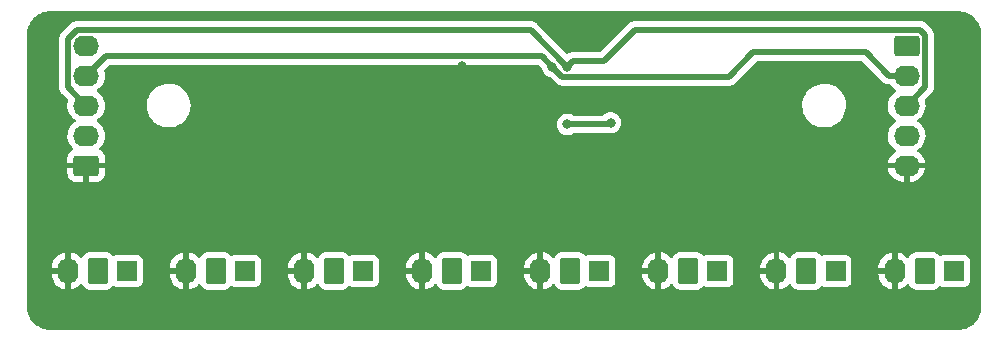
<source format=gbl>
G04 #@! TF.GenerationSoftware,KiCad,Pcbnew,7.0.1*
G04 #@! TF.CreationDate,2023-08-26T14:23:56-05:00*
G04 #@! TF.ProjectId,Shift In Breakout Board V2,53686966-7420-4496-9e20-427265616b6f,rev?*
G04 #@! TF.SameCoordinates,Original*
G04 #@! TF.FileFunction,Copper,L2,Bot*
G04 #@! TF.FilePolarity,Positive*
%FSLAX46Y46*%
G04 Gerber Fmt 4.6, Leading zero omitted, Abs format (unit mm)*
G04 Created by KiCad (PCBNEW 7.0.1) date 2023-08-26 14:23:56*
%MOMM*%
%LPD*%
G01*
G04 APERTURE LIST*
G04 Aperture macros list*
%AMRoundRect*
0 Rectangle with rounded corners*
0 $1 Rounding radius*
0 $2 $3 $4 $5 $6 $7 $8 $9 X,Y pos of 4 corners*
0 Add a 4 corners polygon primitive as box body*
4,1,4,$2,$3,$4,$5,$6,$7,$8,$9,$2,$3,0*
0 Add four circle primitives for the rounded corners*
1,1,$1+$1,$2,$3*
1,1,$1+$1,$4,$5*
1,1,$1+$1,$6,$7*
1,1,$1+$1,$8,$9*
0 Add four rect primitives between the rounded corners*
20,1,$1+$1,$2,$3,$4,$5,0*
20,1,$1+$1,$4,$5,$6,$7,0*
20,1,$1+$1,$6,$7,$8,$9,0*
20,1,$1+$1,$8,$9,$2,$3,0*%
G04 Aperture macros list end*
G04 #@! TA.AperFunction,ComponentPad*
%ADD10RoundRect,0.250000X0.620000X0.845000X-0.620000X0.845000X-0.620000X-0.845000X0.620000X-0.845000X0*%
G04 #@! TD*
G04 #@! TA.AperFunction,ComponentPad*
%ADD11O,1.740000X2.190000*%
G04 #@! TD*
G04 #@! TA.AperFunction,ComponentPad*
%ADD12RoundRect,0.250000X-0.845000X0.620000X-0.845000X-0.620000X0.845000X-0.620000X0.845000X0.620000X0*%
G04 #@! TD*
G04 #@! TA.AperFunction,ComponentPad*
%ADD13O,2.190000X1.740000*%
G04 #@! TD*
G04 #@! TA.AperFunction,ComponentPad*
%ADD14R,1.700000X1.700000*%
G04 #@! TD*
G04 #@! TA.AperFunction,ComponentPad*
%ADD15RoundRect,0.250000X0.845000X-0.620000X0.845000X0.620000X-0.845000X0.620000X-0.845000X-0.620000X0*%
G04 #@! TD*
G04 #@! TA.AperFunction,ViaPad*
%ADD16C,0.800000*%
G04 #@! TD*
G04 #@! TA.AperFunction,Conductor*
%ADD17C,0.500000*%
G04 #@! TD*
G04 APERTURE END LIST*
D10*
X155689949Y-102310051D03*
D11*
X153149949Y-102310051D03*
D12*
X184169949Y-83230051D03*
D13*
X184169949Y-85770051D03*
X184169949Y-88310051D03*
X184169949Y-90850051D03*
X184169949Y-93390051D03*
D10*
X135689949Y-102310051D03*
D11*
X133149949Y-102310051D03*
D10*
X125689949Y-102310051D03*
D11*
X123149949Y-102310051D03*
D14*
X138149949Y-102310051D03*
X128149949Y-102310051D03*
D10*
X165689949Y-102310051D03*
D11*
X163149949Y-102310051D03*
D15*
X114709949Y-93390051D03*
D13*
X114709949Y-90850051D03*
X114709949Y-88310051D03*
X114709949Y-85770051D03*
X114709949Y-83230051D03*
D14*
X118149949Y-102310051D03*
D10*
X175689949Y-102310051D03*
D11*
X173149949Y-102310051D03*
D14*
X178149949Y-102310051D03*
X148149949Y-102310051D03*
X188149949Y-102310051D03*
X168149949Y-102310051D03*
D10*
X115689949Y-102310051D03*
D11*
X113149949Y-102310051D03*
D10*
X185689949Y-102310051D03*
D11*
X183149949Y-102310051D03*
D10*
X145689949Y-102310051D03*
D11*
X143149949Y-102310051D03*
D14*
X158149949Y-102310051D03*
D16*
X159100000Y-89775000D03*
X155448000Y-89916000D03*
X146558000Y-84963000D03*
X154175000Y-85025000D03*
X155445000Y-85025000D03*
D17*
X158959000Y-89916000D02*
X159100000Y-89775000D01*
X155448000Y-89916000D02*
X158959000Y-89916000D01*
X116367000Y-84113000D02*
X153263000Y-84113000D01*
X153263000Y-84113000D02*
X154175000Y-85025000D01*
X114709949Y-85770051D02*
X116367000Y-84113000D01*
X113938187Y-81910051D02*
X152330051Y-81910051D01*
X152330051Y-81910051D02*
X155445000Y-85025000D01*
X155025000Y-85875000D02*
X154175000Y-85025000D01*
X180689949Y-83810051D02*
X171189949Y-83810051D01*
X182649949Y-85770051D02*
X180689949Y-83810051D01*
X169125000Y-85875000D02*
X155025000Y-85875000D01*
X184169949Y-85770051D02*
X182649949Y-85770051D01*
X171189949Y-83810051D02*
X169125000Y-85875000D01*
X155959949Y-84510051D02*
X155445000Y-85025000D01*
X158564949Y-84510051D02*
X155959949Y-84510051D01*
X185714949Y-82320102D02*
X185304898Y-81910051D01*
X161164949Y-81910051D02*
X158564949Y-84510051D01*
X185714949Y-86765051D02*
X185714949Y-82320102D01*
X113164949Y-86765051D02*
X113164949Y-82683289D01*
X185304898Y-81910051D02*
X161164949Y-81910051D01*
X114709949Y-88310051D02*
X113164949Y-86765051D01*
X113164949Y-82683289D02*
X113938187Y-81910051D01*
X184169949Y-88310051D02*
X185714949Y-86765051D01*
G04 #@! TA.AperFunction,Conductor*
G36*
X188504043Y-80310816D02*
G01*
X188585933Y-80316183D01*
X188586534Y-80316224D01*
X188761203Y-80328686D01*
X188776539Y-80330751D01*
X188891141Y-80353547D01*
X188893249Y-80353986D01*
X189029798Y-80383691D01*
X189043277Y-80387432D01*
X189159351Y-80426834D01*
X189162711Y-80428031D01*
X189270064Y-80468072D01*
X189288337Y-80474888D01*
X189299846Y-80479857D01*
X189411714Y-80535025D01*
X189416297Y-80537405D01*
X189531996Y-80600582D01*
X189541441Y-80606300D01*
X189646069Y-80676211D01*
X189651436Y-80680009D01*
X189756235Y-80758462D01*
X189763622Y-80764451D01*
X189858556Y-80847708D01*
X189864466Y-80853245D01*
X189956790Y-80945571D01*
X189962337Y-80951494D01*
X190045547Y-81046380D01*
X190051586Y-81053828D01*
X190130007Y-81158589D01*
X190133842Y-81164009D01*
X190203712Y-81268581D01*
X190209442Y-81278045D01*
X190272618Y-81393748D01*
X190274998Y-81398331D01*
X190330157Y-81510187D01*
X190335127Y-81521698D01*
X190381968Y-81647291D01*
X190383205Y-81650766D01*
X190422578Y-81766764D01*
X190426325Y-81780264D01*
X190456014Y-81916756D01*
X190456465Y-81918923D01*
X190479260Y-82033532D01*
X190481326Y-82048879D01*
X190493378Y-82217457D01*
X190493429Y-82218190D01*
X190499235Y-82306783D01*
X190499500Y-82314892D01*
X190499500Y-105305989D01*
X190499235Y-105314097D01*
X190494197Y-105390977D01*
X190494145Y-105391733D01*
X190481225Y-105572001D01*
X190479160Y-105587325D01*
X190457604Y-105695709D01*
X190457153Y-105697877D01*
X190426088Y-105840693D01*
X190422341Y-105854193D01*
X190384325Y-105966192D01*
X190383087Y-105969668D01*
X190334739Y-106099299D01*
X190329771Y-106110808D01*
X190276098Y-106219653D01*
X190273717Y-106224237D01*
X190208866Y-106343007D01*
X190203136Y-106352471D01*
X190134909Y-106454583D01*
X190131074Y-106460003D01*
X190050783Y-106567262D01*
X190044745Y-106574710D01*
X189963371Y-106667504D01*
X189957832Y-106673417D01*
X189910595Y-106720655D01*
X189863356Y-106767896D01*
X189857434Y-106773443D01*
X189764662Y-106854803D01*
X189757213Y-106860842D01*
X189649921Y-106941161D01*
X189644503Y-106944995D01*
X189542425Y-107013204D01*
X189532959Y-107018935D01*
X189414171Y-107083799D01*
X189409588Y-107086179D01*
X189300754Y-107139850D01*
X189289245Y-107144819D01*
X189159599Y-107193176D01*
X189156123Y-107194414D01*
X189044140Y-107232428D01*
X189030639Y-107236175D01*
X188887822Y-107267243D01*
X188885656Y-107267694D01*
X188777301Y-107289248D01*
X188761955Y-107291315D01*
X188576018Y-107304613D01*
X188575282Y-107304664D01*
X188504780Y-107309285D01*
X188496670Y-107309550D01*
X111694011Y-107309550D01*
X111685905Y-107309285D01*
X111677347Y-107308724D01*
X111606597Y-107304088D01*
X111605862Y-107304037D01*
X111428376Y-107291347D01*
X111413030Y-107289281D01*
X111301625Y-107267123D01*
X111299459Y-107266672D01*
X111159725Y-107236278D01*
X111146222Y-107232531D01*
X111032234Y-107193838D01*
X111028761Y-107192601D01*
X110969306Y-107170427D01*
X110901136Y-107145002D01*
X110889646Y-107140041D01*
X110779288Y-107085620D01*
X110774735Y-107083256D01*
X110657443Y-107019211D01*
X110647996Y-107013491D01*
X110544662Y-106944446D01*
X110539280Y-106940637D01*
X110433218Y-106861241D01*
X110425771Y-106855203D01*
X110331962Y-106772936D01*
X110326039Y-106767388D01*
X110232610Y-106673959D01*
X110227062Y-106668036D01*
X110144795Y-106574227D01*
X110138757Y-106566780D01*
X110059351Y-106460705D01*
X110055563Y-106455352D01*
X109986498Y-106351988D01*
X109980796Y-106342569D01*
X109916724Y-106225228D01*
X109914397Y-106220748D01*
X109859949Y-106110334D01*
X109855005Y-106098882D01*
X109807382Y-105971196D01*
X109806160Y-105967764D01*
X109767460Y-105853753D01*
X109763724Y-105840289D01*
X109733315Y-105700487D01*
X109732891Y-105698451D01*
X109710714Y-105586952D01*
X109708653Y-105571641D01*
X109695934Y-105393757D01*
X109690715Y-105314095D01*
X109690450Y-105305990D01*
X109690450Y-105258193D01*
X109690449Y-105258188D01*
X109690449Y-102560051D01*
X111779949Y-102560051D01*
X111779949Y-102593249D01*
X111794772Y-102767415D01*
X111853538Y-102993105D01*
X111949595Y-103205608D01*
X112080185Y-103398823D01*
X112241552Y-103567190D01*
X112429050Y-103705863D01*
X112637288Y-103810854D01*
X112860275Y-103879143D01*
X112899949Y-103884223D01*
X112899949Y-103882626D01*
X113399949Y-103882626D01*
X113552570Y-103849733D01*
X113768954Y-103762783D01*
X113967543Y-103640507D01*
X114142603Y-103486435D01*
X114174673Y-103446718D01*
X114227939Y-103408390D01*
X114293306Y-103402613D01*
X114352469Y-103431005D01*
X114374428Y-103463961D01*
X114377527Y-103462050D01*
X114385134Y-103474384D01*
X114385135Y-103474385D01*
X114405767Y-103507836D01*
X114477237Y-103623708D01*
X114601291Y-103747762D01*
X114625644Y-103762783D01*
X114750615Y-103839865D01*
X114861965Y-103876763D01*
X114917151Y-103895050D01*
X114927651Y-103896122D01*
X115019940Y-103905551D01*
X116359957Y-103905550D01*
X116462746Y-103895050D01*
X116629283Y-103839865D01*
X116778605Y-103747763D01*
X116902661Y-103623707D01*
X116902664Y-103623701D01*
X116904380Y-103621986D01*
X116954306Y-103591555D01*
X117012627Y-103587384D01*
X117040308Y-103599238D01*
X117040914Y-103597616D01*
X117057615Y-103603845D01*
X117057618Y-103603847D01*
X117192466Y-103654142D01*
X117252076Y-103660551D01*
X119047821Y-103660550D01*
X119107432Y-103654142D01*
X119242280Y-103603847D01*
X119357495Y-103517597D01*
X119443745Y-103402382D01*
X119494040Y-103267534D01*
X119500449Y-103207924D01*
X119500448Y-102560051D01*
X121779949Y-102560051D01*
X121779949Y-102593249D01*
X121794772Y-102767415D01*
X121853538Y-102993105D01*
X121949595Y-103205608D01*
X122080185Y-103398823D01*
X122241552Y-103567190D01*
X122429050Y-103705863D01*
X122637288Y-103810854D01*
X122860275Y-103879143D01*
X122899949Y-103884223D01*
X122899949Y-103882626D01*
X123399949Y-103882626D01*
X123552570Y-103849733D01*
X123768954Y-103762783D01*
X123967543Y-103640507D01*
X124142603Y-103486435D01*
X124174673Y-103446718D01*
X124227939Y-103408390D01*
X124293306Y-103402613D01*
X124352469Y-103431005D01*
X124374428Y-103463961D01*
X124377527Y-103462050D01*
X124385134Y-103474384D01*
X124385135Y-103474385D01*
X124405767Y-103507836D01*
X124477237Y-103623708D01*
X124601291Y-103747762D01*
X124625644Y-103762783D01*
X124750615Y-103839865D01*
X124861965Y-103876763D01*
X124917151Y-103895050D01*
X124927651Y-103896122D01*
X125019940Y-103905551D01*
X126359957Y-103905550D01*
X126462746Y-103895050D01*
X126629283Y-103839865D01*
X126778605Y-103747763D01*
X126902661Y-103623707D01*
X126902664Y-103623701D01*
X126904380Y-103621986D01*
X126954306Y-103591555D01*
X127012627Y-103587384D01*
X127040308Y-103599238D01*
X127040914Y-103597616D01*
X127057615Y-103603845D01*
X127057618Y-103603847D01*
X127192466Y-103654142D01*
X127252076Y-103660551D01*
X129047821Y-103660550D01*
X129107432Y-103654142D01*
X129242280Y-103603847D01*
X129357495Y-103517597D01*
X129443745Y-103402382D01*
X129494040Y-103267534D01*
X129500449Y-103207924D01*
X129500448Y-102560051D01*
X131779949Y-102560051D01*
X131779949Y-102593249D01*
X131794772Y-102767415D01*
X131853538Y-102993105D01*
X131949595Y-103205608D01*
X132080185Y-103398823D01*
X132241552Y-103567190D01*
X132429050Y-103705863D01*
X132637288Y-103810854D01*
X132860275Y-103879143D01*
X132899949Y-103884224D01*
X132899949Y-103882626D01*
X133399949Y-103882626D01*
X133552570Y-103849733D01*
X133768954Y-103762783D01*
X133967543Y-103640507D01*
X134142603Y-103486435D01*
X134174673Y-103446718D01*
X134227939Y-103408390D01*
X134293306Y-103402613D01*
X134352469Y-103431005D01*
X134374428Y-103463961D01*
X134377527Y-103462050D01*
X134385134Y-103474384D01*
X134385135Y-103474385D01*
X134405767Y-103507836D01*
X134477237Y-103623708D01*
X134601291Y-103747762D01*
X134625644Y-103762783D01*
X134750615Y-103839865D01*
X134861965Y-103876763D01*
X134917151Y-103895050D01*
X134927651Y-103896122D01*
X135019940Y-103905551D01*
X136359957Y-103905550D01*
X136462746Y-103895050D01*
X136629283Y-103839865D01*
X136778605Y-103747763D01*
X136902661Y-103623707D01*
X136902664Y-103623701D01*
X136904380Y-103621986D01*
X136954306Y-103591555D01*
X137012627Y-103587384D01*
X137040308Y-103599238D01*
X137040914Y-103597616D01*
X137057615Y-103603845D01*
X137057618Y-103603847D01*
X137192466Y-103654142D01*
X137252076Y-103660551D01*
X139047821Y-103660550D01*
X139107432Y-103654142D01*
X139242280Y-103603847D01*
X139357495Y-103517597D01*
X139443745Y-103402382D01*
X139494040Y-103267534D01*
X139500449Y-103207924D01*
X139500448Y-102560051D01*
X141779949Y-102560051D01*
X141779949Y-102593249D01*
X141794772Y-102767415D01*
X141853538Y-102993105D01*
X141949595Y-103205608D01*
X142080185Y-103398823D01*
X142241552Y-103567190D01*
X142429050Y-103705863D01*
X142637288Y-103810854D01*
X142860275Y-103879143D01*
X142899949Y-103884223D01*
X142899949Y-103882626D01*
X143399949Y-103882626D01*
X143552570Y-103849733D01*
X143768954Y-103762783D01*
X143967543Y-103640507D01*
X144142603Y-103486435D01*
X144174673Y-103446718D01*
X144227939Y-103408390D01*
X144293306Y-103402613D01*
X144352469Y-103431005D01*
X144374428Y-103463961D01*
X144377527Y-103462050D01*
X144385134Y-103474384D01*
X144385135Y-103474385D01*
X144405767Y-103507836D01*
X144477237Y-103623708D01*
X144601291Y-103747762D01*
X144625644Y-103762783D01*
X144750615Y-103839865D01*
X144861965Y-103876763D01*
X144917151Y-103895050D01*
X144927651Y-103896122D01*
X145019940Y-103905551D01*
X146359957Y-103905550D01*
X146462746Y-103895050D01*
X146629283Y-103839865D01*
X146778605Y-103747763D01*
X146902661Y-103623707D01*
X146902664Y-103623701D01*
X146904380Y-103621986D01*
X146954306Y-103591555D01*
X147012627Y-103587384D01*
X147040308Y-103599238D01*
X147040914Y-103597616D01*
X147057615Y-103603845D01*
X147057618Y-103603847D01*
X147192466Y-103654142D01*
X147252076Y-103660551D01*
X149047821Y-103660550D01*
X149107432Y-103654142D01*
X149242280Y-103603847D01*
X149357495Y-103517597D01*
X149443745Y-103402382D01*
X149494040Y-103267534D01*
X149500449Y-103207924D01*
X149500448Y-102560051D01*
X151779949Y-102560051D01*
X151779949Y-102593249D01*
X151794772Y-102767415D01*
X151853538Y-102993105D01*
X151949595Y-103205608D01*
X152080185Y-103398823D01*
X152241552Y-103567190D01*
X152429050Y-103705863D01*
X152637288Y-103810854D01*
X152860275Y-103879143D01*
X152899949Y-103884223D01*
X152899949Y-103882626D01*
X153399949Y-103882626D01*
X153552570Y-103849733D01*
X153768954Y-103762783D01*
X153967543Y-103640507D01*
X154142603Y-103486435D01*
X154174673Y-103446718D01*
X154227939Y-103408390D01*
X154293306Y-103402613D01*
X154352469Y-103431005D01*
X154374428Y-103463961D01*
X154377527Y-103462050D01*
X154385134Y-103474384D01*
X154385135Y-103474385D01*
X154405767Y-103507836D01*
X154477237Y-103623708D01*
X154601291Y-103747762D01*
X154625644Y-103762783D01*
X154750615Y-103839865D01*
X154861965Y-103876763D01*
X154917151Y-103895050D01*
X154927651Y-103896122D01*
X155019940Y-103905551D01*
X156359957Y-103905550D01*
X156462746Y-103895050D01*
X156629283Y-103839865D01*
X156778605Y-103747763D01*
X156902661Y-103623707D01*
X156902664Y-103623701D01*
X156904380Y-103621986D01*
X156954306Y-103591555D01*
X157012627Y-103587384D01*
X157040308Y-103599238D01*
X157040914Y-103597616D01*
X157057615Y-103603845D01*
X157057618Y-103603847D01*
X157192466Y-103654142D01*
X157252076Y-103660551D01*
X159047821Y-103660550D01*
X159107432Y-103654142D01*
X159242280Y-103603847D01*
X159357495Y-103517597D01*
X159443745Y-103402382D01*
X159494040Y-103267534D01*
X159500449Y-103207924D01*
X159500448Y-102560051D01*
X161779949Y-102560051D01*
X161779949Y-102593249D01*
X161794772Y-102767415D01*
X161853538Y-102993105D01*
X161949595Y-103205608D01*
X162080185Y-103398823D01*
X162241552Y-103567190D01*
X162429050Y-103705863D01*
X162637288Y-103810854D01*
X162860275Y-103879143D01*
X162899949Y-103884223D01*
X162899949Y-103882626D01*
X163399949Y-103882626D01*
X163552570Y-103849733D01*
X163768954Y-103762783D01*
X163967543Y-103640507D01*
X164142603Y-103486435D01*
X164174673Y-103446718D01*
X164227939Y-103408390D01*
X164293306Y-103402613D01*
X164352469Y-103431005D01*
X164374428Y-103463961D01*
X164377527Y-103462050D01*
X164385134Y-103474384D01*
X164385135Y-103474385D01*
X164405767Y-103507836D01*
X164477237Y-103623708D01*
X164601291Y-103747762D01*
X164625644Y-103762783D01*
X164750615Y-103839865D01*
X164861965Y-103876763D01*
X164917151Y-103895050D01*
X164927651Y-103896122D01*
X165019940Y-103905551D01*
X166359957Y-103905550D01*
X166462746Y-103895050D01*
X166629283Y-103839865D01*
X166778605Y-103747763D01*
X166902661Y-103623707D01*
X166902664Y-103623701D01*
X166904380Y-103621986D01*
X166954306Y-103591555D01*
X167012627Y-103587384D01*
X167040308Y-103599238D01*
X167040914Y-103597616D01*
X167057615Y-103603845D01*
X167057618Y-103603847D01*
X167192466Y-103654142D01*
X167252076Y-103660551D01*
X169047821Y-103660550D01*
X169107432Y-103654142D01*
X169242280Y-103603847D01*
X169357495Y-103517597D01*
X169443745Y-103402382D01*
X169494040Y-103267534D01*
X169500449Y-103207924D01*
X169500448Y-102560051D01*
X171779949Y-102560051D01*
X171779949Y-102593249D01*
X171794772Y-102767415D01*
X171853538Y-102993105D01*
X171949595Y-103205608D01*
X172080185Y-103398823D01*
X172241552Y-103567190D01*
X172429050Y-103705863D01*
X172637288Y-103810854D01*
X172860275Y-103879143D01*
X172899949Y-103884224D01*
X172899949Y-103882626D01*
X173399949Y-103882626D01*
X173552570Y-103849733D01*
X173768954Y-103762783D01*
X173967543Y-103640507D01*
X174142603Y-103486435D01*
X174174673Y-103446718D01*
X174227939Y-103408390D01*
X174293306Y-103402613D01*
X174352469Y-103431005D01*
X174374428Y-103463961D01*
X174377527Y-103462050D01*
X174385134Y-103474384D01*
X174385135Y-103474385D01*
X174405767Y-103507836D01*
X174477237Y-103623708D01*
X174601291Y-103747762D01*
X174625644Y-103762783D01*
X174750615Y-103839865D01*
X174861965Y-103876763D01*
X174917151Y-103895050D01*
X174927651Y-103896122D01*
X175019940Y-103905551D01*
X176359957Y-103905550D01*
X176462746Y-103895050D01*
X176629283Y-103839865D01*
X176778605Y-103747763D01*
X176902661Y-103623707D01*
X176902664Y-103623701D01*
X176904380Y-103621986D01*
X176954306Y-103591555D01*
X177012627Y-103587384D01*
X177040308Y-103599238D01*
X177040914Y-103597616D01*
X177057615Y-103603845D01*
X177057618Y-103603847D01*
X177192466Y-103654142D01*
X177252076Y-103660551D01*
X179047821Y-103660550D01*
X179107432Y-103654142D01*
X179242280Y-103603847D01*
X179357495Y-103517597D01*
X179443745Y-103402382D01*
X179494040Y-103267534D01*
X179500449Y-103207924D01*
X179500448Y-102560051D01*
X181779949Y-102560051D01*
X181779949Y-102593249D01*
X181794772Y-102767415D01*
X181853538Y-102993105D01*
X181949595Y-103205608D01*
X182080185Y-103398823D01*
X182241552Y-103567190D01*
X182429050Y-103705863D01*
X182637288Y-103810854D01*
X182860275Y-103879143D01*
X182899949Y-103884224D01*
X182899949Y-103882626D01*
X183399949Y-103882626D01*
X183552570Y-103849733D01*
X183768954Y-103762783D01*
X183967543Y-103640507D01*
X184142603Y-103486435D01*
X184174673Y-103446718D01*
X184227939Y-103408390D01*
X184293306Y-103402613D01*
X184352469Y-103431005D01*
X184374428Y-103463961D01*
X184377527Y-103462050D01*
X184385134Y-103474384D01*
X184385135Y-103474385D01*
X184405767Y-103507836D01*
X184477237Y-103623708D01*
X184601291Y-103747762D01*
X184625644Y-103762783D01*
X184750615Y-103839865D01*
X184861965Y-103876763D01*
X184917151Y-103895050D01*
X184927651Y-103896122D01*
X185019940Y-103905551D01*
X186359957Y-103905550D01*
X186462746Y-103895050D01*
X186629283Y-103839865D01*
X186778605Y-103747763D01*
X186902661Y-103623707D01*
X186902664Y-103623701D01*
X186904380Y-103621986D01*
X186954306Y-103591555D01*
X187012627Y-103587384D01*
X187040308Y-103599238D01*
X187040914Y-103597616D01*
X187057615Y-103603845D01*
X187057618Y-103603847D01*
X187192466Y-103654142D01*
X187252076Y-103660551D01*
X189047821Y-103660550D01*
X189107432Y-103654142D01*
X189242280Y-103603847D01*
X189357495Y-103517597D01*
X189443745Y-103402382D01*
X189494040Y-103267534D01*
X189500449Y-103207924D01*
X189500448Y-101412179D01*
X189494040Y-101352568D01*
X189443745Y-101217720D01*
X189357495Y-101102505D01*
X189242280Y-101016255D01*
X189107432Y-100965960D01*
X189047822Y-100959551D01*
X189047818Y-100959551D01*
X187252079Y-100959551D01*
X187192464Y-100965960D01*
X187040913Y-101022485D01*
X187040307Y-101020861D01*
X187012618Y-101032717D01*
X186954302Y-101028544D01*
X186904381Y-100998114D01*
X186778606Y-100872339D01*
X186629283Y-100780237D01*
X186462746Y-100725051D01*
X186359958Y-100714551D01*
X185019940Y-100714551D01*
X184917152Y-100725051D01*
X184750614Y-100780237D01*
X184601291Y-100872339D01*
X184477237Y-100996393D01*
X184377527Y-101158052D01*
X184374708Y-101156313D01*
X184354349Y-101187562D01*
X184298380Y-101216634D01*
X184235349Y-101214414D01*
X184181563Y-101181475D01*
X184058345Y-101052911D01*
X183870847Y-100914238D01*
X183662609Y-100809247D01*
X183439622Y-100740958D01*
X183399949Y-100735878D01*
X183399949Y-103882626D01*
X182899949Y-103882626D01*
X182899949Y-102560051D01*
X181779949Y-102560051D01*
X179500448Y-102560051D01*
X179500448Y-102060051D01*
X181779949Y-102060051D01*
X182899949Y-102060051D01*
X182899949Y-100737475D01*
X182747327Y-100770368D01*
X182530943Y-100857318D01*
X182332354Y-100979594D01*
X182157291Y-101133669D01*
X182010788Y-101315108D01*
X181897052Y-101518706D01*
X181819360Y-101738595D01*
X181779949Y-101968445D01*
X181779949Y-102060051D01*
X179500448Y-102060051D01*
X179500448Y-101412179D01*
X179494040Y-101352568D01*
X179443745Y-101217720D01*
X179357495Y-101102505D01*
X179242280Y-101016255D01*
X179107432Y-100965960D01*
X179047822Y-100959551D01*
X179047818Y-100959551D01*
X177252079Y-100959551D01*
X177192464Y-100965960D01*
X177040913Y-101022485D01*
X177040307Y-101020861D01*
X177012618Y-101032717D01*
X176954302Y-101028544D01*
X176904381Y-100998114D01*
X176778606Y-100872339D01*
X176629283Y-100780237D01*
X176462746Y-100725051D01*
X176359958Y-100714551D01*
X175019940Y-100714551D01*
X174917152Y-100725051D01*
X174750614Y-100780237D01*
X174601291Y-100872339D01*
X174477237Y-100996393D01*
X174377527Y-101158052D01*
X174374708Y-101156313D01*
X174354349Y-101187562D01*
X174298380Y-101216634D01*
X174235349Y-101214414D01*
X174181563Y-101181475D01*
X174058345Y-101052911D01*
X173870847Y-100914238D01*
X173662609Y-100809247D01*
X173439622Y-100740958D01*
X173399949Y-100735878D01*
X173399949Y-103882626D01*
X172899949Y-103882626D01*
X172899949Y-102560051D01*
X171779949Y-102560051D01*
X169500448Y-102560051D01*
X169500448Y-102060051D01*
X171779949Y-102060051D01*
X172899949Y-102060051D01*
X172899949Y-100737475D01*
X172747327Y-100770368D01*
X172530943Y-100857318D01*
X172332354Y-100979594D01*
X172157291Y-101133669D01*
X172010788Y-101315108D01*
X171897052Y-101518706D01*
X171819360Y-101738595D01*
X171779949Y-101968445D01*
X171779949Y-102060051D01*
X169500448Y-102060051D01*
X169500448Y-101412179D01*
X169494040Y-101352568D01*
X169443745Y-101217720D01*
X169357495Y-101102505D01*
X169242280Y-101016255D01*
X169107432Y-100965960D01*
X169047822Y-100959551D01*
X169047818Y-100959551D01*
X167252079Y-100959551D01*
X167192464Y-100965960D01*
X167040913Y-101022485D01*
X167040307Y-101020861D01*
X167012618Y-101032717D01*
X166954302Y-101028544D01*
X166904381Y-100998114D01*
X166778606Y-100872339D01*
X166629283Y-100780237D01*
X166462746Y-100725051D01*
X166359958Y-100714551D01*
X165019940Y-100714551D01*
X164917152Y-100725051D01*
X164750614Y-100780237D01*
X164601291Y-100872339D01*
X164477237Y-100996393D01*
X164377527Y-101158052D01*
X164374708Y-101156313D01*
X164354349Y-101187562D01*
X164298380Y-101216634D01*
X164235349Y-101214414D01*
X164181563Y-101181475D01*
X164058345Y-101052911D01*
X163870847Y-100914238D01*
X163662609Y-100809247D01*
X163439622Y-100740958D01*
X163399949Y-100735878D01*
X163399949Y-103882626D01*
X162899949Y-103882626D01*
X162899949Y-102560051D01*
X161779949Y-102560051D01*
X159500448Y-102560051D01*
X159500448Y-102060051D01*
X161779949Y-102060051D01*
X162899949Y-102060051D01*
X162899949Y-100737475D01*
X162747327Y-100770368D01*
X162530943Y-100857318D01*
X162332354Y-100979594D01*
X162157291Y-101133669D01*
X162010788Y-101315108D01*
X161897052Y-101518706D01*
X161819360Y-101738595D01*
X161779949Y-101968445D01*
X161779949Y-102060051D01*
X159500448Y-102060051D01*
X159500448Y-101412179D01*
X159494040Y-101352568D01*
X159443745Y-101217720D01*
X159357495Y-101102505D01*
X159242280Y-101016255D01*
X159107432Y-100965960D01*
X159047822Y-100959551D01*
X159047818Y-100959551D01*
X157252079Y-100959551D01*
X157192464Y-100965960D01*
X157040913Y-101022485D01*
X157040307Y-101020861D01*
X157012618Y-101032717D01*
X156954302Y-101028544D01*
X156904381Y-100998114D01*
X156778606Y-100872339D01*
X156629283Y-100780237D01*
X156462746Y-100725051D01*
X156359958Y-100714551D01*
X155019940Y-100714551D01*
X154917152Y-100725051D01*
X154750614Y-100780237D01*
X154601291Y-100872339D01*
X154477237Y-100996393D01*
X154377527Y-101158052D01*
X154374708Y-101156313D01*
X154354349Y-101187562D01*
X154298380Y-101216634D01*
X154235349Y-101214414D01*
X154181563Y-101181475D01*
X154058345Y-101052911D01*
X153870847Y-100914238D01*
X153662609Y-100809247D01*
X153439622Y-100740958D01*
X153399949Y-100735878D01*
X153399949Y-103882626D01*
X152899949Y-103882626D01*
X152899949Y-102560051D01*
X151779949Y-102560051D01*
X149500448Y-102560051D01*
X149500448Y-102060051D01*
X151779949Y-102060051D01*
X152899949Y-102060051D01*
X152899949Y-100737475D01*
X152747327Y-100770368D01*
X152530943Y-100857318D01*
X152332354Y-100979594D01*
X152157291Y-101133669D01*
X152010788Y-101315108D01*
X151897052Y-101518706D01*
X151819360Y-101738595D01*
X151779949Y-101968445D01*
X151779949Y-102060051D01*
X149500448Y-102060051D01*
X149500448Y-101412179D01*
X149494040Y-101352568D01*
X149443745Y-101217720D01*
X149357495Y-101102505D01*
X149242280Y-101016255D01*
X149107432Y-100965960D01*
X149047822Y-100959551D01*
X149047818Y-100959551D01*
X147252079Y-100959551D01*
X147192464Y-100965960D01*
X147040913Y-101022485D01*
X147040307Y-101020861D01*
X147012618Y-101032717D01*
X146954302Y-101028544D01*
X146904381Y-100998114D01*
X146778606Y-100872339D01*
X146629283Y-100780237D01*
X146462746Y-100725051D01*
X146359958Y-100714551D01*
X145019940Y-100714551D01*
X144917152Y-100725051D01*
X144750614Y-100780237D01*
X144601291Y-100872339D01*
X144477237Y-100996393D01*
X144377527Y-101158052D01*
X144374708Y-101156313D01*
X144354349Y-101187562D01*
X144298380Y-101216634D01*
X144235349Y-101214414D01*
X144181563Y-101181475D01*
X144058345Y-101052911D01*
X143870847Y-100914238D01*
X143662609Y-100809247D01*
X143439622Y-100740958D01*
X143399949Y-100735878D01*
X143399949Y-103882626D01*
X142899949Y-103882626D01*
X142899949Y-102560051D01*
X141779949Y-102560051D01*
X139500448Y-102560051D01*
X139500448Y-102060051D01*
X141779949Y-102060051D01*
X142899949Y-102060051D01*
X142899949Y-100737475D01*
X142747327Y-100770368D01*
X142530943Y-100857318D01*
X142332354Y-100979594D01*
X142157291Y-101133669D01*
X142010788Y-101315108D01*
X141897052Y-101518706D01*
X141819360Y-101738595D01*
X141779949Y-101968445D01*
X141779949Y-102060051D01*
X139500448Y-102060051D01*
X139500448Y-101412179D01*
X139494040Y-101352568D01*
X139443745Y-101217720D01*
X139357495Y-101102505D01*
X139242280Y-101016255D01*
X139107432Y-100965960D01*
X139047822Y-100959551D01*
X139047818Y-100959551D01*
X137252079Y-100959551D01*
X137192464Y-100965960D01*
X137040913Y-101022485D01*
X137040307Y-101020861D01*
X137012618Y-101032717D01*
X136954302Y-101028544D01*
X136904381Y-100998114D01*
X136778606Y-100872339D01*
X136629283Y-100780237D01*
X136462746Y-100725051D01*
X136359958Y-100714551D01*
X135019940Y-100714551D01*
X134917152Y-100725051D01*
X134750614Y-100780237D01*
X134601291Y-100872339D01*
X134477237Y-100996393D01*
X134377527Y-101158052D01*
X134374708Y-101156313D01*
X134354349Y-101187562D01*
X134298380Y-101216634D01*
X134235349Y-101214414D01*
X134181563Y-101181475D01*
X134058345Y-101052911D01*
X133870847Y-100914238D01*
X133662609Y-100809247D01*
X133439622Y-100740958D01*
X133399949Y-100735878D01*
X133399949Y-103882626D01*
X132899949Y-103882626D01*
X132899949Y-102560051D01*
X131779949Y-102560051D01*
X129500448Y-102560051D01*
X129500448Y-102060051D01*
X131779949Y-102060051D01*
X132899949Y-102060051D01*
X132899949Y-100737476D01*
X132747327Y-100770368D01*
X132530943Y-100857318D01*
X132332354Y-100979594D01*
X132157291Y-101133669D01*
X132010788Y-101315108D01*
X131897052Y-101518706D01*
X131819360Y-101738595D01*
X131779949Y-101968445D01*
X131779949Y-102060051D01*
X129500448Y-102060051D01*
X129500448Y-101412179D01*
X129494040Y-101352568D01*
X129443745Y-101217720D01*
X129357495Y-101102505D01*
X129242280Y-101016255D01*
X129107432Y-100965960D01*
X129047822Y-100959551D01*
X129047818Y-100959551D01*
X127252079Y-100959551D01*
X127192464Y-100965960D01*
X127040913Y-101022485D01*
X127040307Y-101020861D01*
X127012618Y-101032717D01*
X126954302Y-101028544D01*
X126904381Y-100998114D01*
X126778606Y-100872339D01*
X126629283Y-100780237D01*
X126462746Y-100725051D01*
X126359958Y-100714551D01*
X125019940Y-100714551D01*
X124917152Y-100725051D01*
X124750614Y-100780237D01*
X124601291Y-100872339D01*
X124477237Y-100996393D01*
X124377527Y-101158052D01*
X124374708Y-101156313D01*
X124354349Y-101187562D01*
X124298380Y-101216634D01*
X124235349Y-101214414D01*
X124181563Y-101181475D01*
X124058345Y-101052911D01*
X123870847Y-100914238D01*
X123662609Y-100809247D01*
X123439622Y-100740958D01*
X123399949Y-100735878D01*
X123399949Y-103882626D01*
X122899949Y-103882626D01*
X122899949Y-102560051D01*
X121779949Y-102560051D01*
X119500448Y-102560051D01*
X119500448Y-102060051D01*
X121779949Y-102060051D01*
X122899949Y-102060051D01*
X122899949Y-100737475D01*
X122747327Y-100770368D01*
X122530943Y-100857318D01*
X122332354Y-100979594D01*
X122157291Y-101133669D01*
X122010788Y-101315108D01*
X121897052Y-101518706D01*
X121819360Y-101738595D01*
X121779949Y-101968445D01*
X121779949Y-102060051D01*
X119500448Y-102060051D01*
X119500448Y-101412179D01*
X119494040Y-101352568D01*
X119443745Y-101217720D01*
X119357495Y-101102505D01*
X119242280Y-101016255D01*
X119107432Y-100965960D01*
X119047822Y-100959551D01*
X119047818Y-100959551D01*
X117252079Y-100959551D01*
X117192464Y-100965960D01*
X117040913Y-101022485D01*
X117040307Y-101020861D01*
X117012618Y-101032717D01*
X116954302Y-101028544D01*
X116904381Y-100998114D01*
X116778606Y-100872339D01*
X116629283Y-100780237D01*
X116462746Y-100725051D01*
X116359958Y-100714551D01*
X115019940Y-100714551D01*
X114917152Y-100725051D01*
X114750614Y-100780237D01*
X114601291Y-100872339D01*
X114477237Y-100996393D01*
X114377527Y-101158052D01*
X114374708Y-101156313D01*
X114354349Y-101187562D01*
X114298380Y-101216634D01*
X114235349Y-101214414D01*
X114181563Y-101181475D01*
X114058345Y-101052911D01*
X113870847Y-100914238D01*
X113662609Y-100809247D01*
X113439622Y-100740958D01*
X113399949Y-100735878D01*
X113399949Y-103882626D01*
X112899949Y-103882626D01*
X112899949Y-102560051D01*
X111779949Y-102560051D01*
X109690449Y-102560051D01*
X109690449Y-102060051D01*
X111779949Y-102060051D01*
X112899949Y-102060051D01*
X112899949Y-100737475D01*
X112747327Y-100770368D01*
X112530943Y-100857318D01*
X112332354Y-100979594D01*
X112157291Y-101133669D01*
X112010788Y-101315108D01*
X111897052Y-101518706D01*
X111819360Y-101738595D01*
X111779949Y-101968445D01*
X111779949Y-102060051D01*
X109690449Y-102060051D01*
X109690449Y-93640051D01*
X113114950Y-93640051D01*
X113114950Y-94060030D01*
X113125442Y-94162746D01*
X113180591Y-94329173D01*
X113272632Y-94478396D01*
X113396603Y-94602367D01*
X113545826Y-94694408D01*
X113712252Y-94749557D01*
X113814970Y-94760051D01*
X114459949Y-94760051D01*
X114459949Y-93640051D01*
X114959949Y-93640051D01*
X114959949Y-94760050D01*
X115604928Y-94760050D01*
X115707644Y-94749557D01*
X115874071Y-94694408D01*
X116023294Y-94602367D01*
X116147265Y-94478396D01*
X116239306Y-94329173D01*
X116294455Y-94162747D01*
X116304949Y-94060030D01*
X116304949Y-93640051D01*
X182597374Y-93640051D01*
X182630266Y-93792672D01*
X182717216Y-94009056D01*
X182839492Y-94207645D01*
X182993567Y-94382708D01*
X183175006Y-94529211D01*
X183378604Y-94642947D01*
X183598493Y-94720639D01*
X183828343Y-94760051D01*
X183919949Y-94760051D01*
X183919949Y-93640051D01*
X184419949Y-93640051D01*
X184419949Y-94760051D01*
X184453147Y-94760051D01*
X184627313Y-94745227D01*
X184853003Y-94686461D01*
X185065506Y-94590404D01*
X185258721Y-94459814D01*
X185427088Y-94298447D01*
X185565761Y-94110949D01*
X185670752Y-93902711D01*
X185739041Y-93679724D01*
X185744122Y-93640051D01*
X184419949Y-93640051D01*
X183919949Y-93640051D01*
X182597374Y-93640051D01*
X116304949Y-93640051D01*
X114959949Y-93640051D01*
X114459949Y-93640051D01*
X113114950Y-93640051D01*
X109690449Y-93640051D01*
X109690449Y-86743074D01*
X112409660Y-86743074D01*
X112413977Y-86792420D01*
X112414449Y-86803227D01*
X112414449Y-86808759D01*
X112418047Y-86839547D01*
X112418413Y-86843132D01*
X112425059Y-86919092D01*
X112429278Y-86938122D01*
X112429707Y-86939302D01*
X112429708Y-86939306D01*
X112455362Y-87009793D01*
X112456531Y-87013158D01*
X112480529Y-87085575D01*
X112489024Y-87103123D01*
X112530928Y-87166835D01*
X112532838Y-87169833D01*
X112572237Y-87233707D01*
X112572901Y-87234783D01*
X112585202Y-87249881D01*
X112586117Y-87250744D01*
X112586119Y-87250747D01*
X112640657Y-87302201D01*
X112643244Y-87304714D01*
X113138864Y-87800334D01*
X113171507Y-87858044D01*
X113169748Y-87924324D01*
X113140366Y-88020268D01*
X113140366Y-88020270D01*
X113140366Y-88020271D01*
X113111936Y-88242286D01*
X113110733Y-88251678D01*
X113120634Y-88484755D01*
X113169785Y-88712818D01*
X113256768Y-88929282D01*
X113256770Y-88929286D01*
X113379087Y-89127942D01*
X113480447Y-89243110D01*
X113533219Y-89303070D01*
X113714725Y-89449627D01*
X113755050Y-89472154D01*
X113800166Y-89515394D01*
X113818464Y-89575145D01*
X113805299Y-89636233D01*
X113764013Y-89683143D01*
X113620861Y-89779897D01*
X113452432Y-89941323D01*
X113313709Y-90128889D01*
X113208679Y-90337203D01*
X113174782Y-90447888D01*
X113140366Y-90560271D01*
X113122454Y-90700151D01*
X113110733Y-90791678D01*
X113120634Y-91024755D01*
X113169785Y-91252818D01*
X113256768Y-91469282D01*
X113256770Y-91469286D01*
X113379087Y-91667942D01*
X113379088Y-91667943D01*
X113533219Y-91843070D01*
X113573179Y-91875336D01*
X113611506Y-91928597D01*
X113617286Y-91993959D01*
X113588902Y-92053120D01*
X113556205Y-92074912D01*
X113558162Y-92078085D01*
X113396603Y-92177734D01*
X113272632Y-92301705D01*
X113180591Y-92450928D01*
X113125442Y-92617354D01*
X113114949Y-92720072D01*
X113114949Y-93140051D01*
X116304948Y-93140051D01*
X116304948Y-92720072D01*
X116294455Y-92617355D01*
X116239306Y-92450928D01*
X116147265Y-92301705D01*
X116023294Y-92177734D01*
X115861736Y-92078085D01*
X115863522Y-92075188D01*
X115832571Y-92055026D01*
X115803495Y-91999055D01*
X115805714Y-91936022D01*
X115838651Y-91882236D01*
X115967465Y-91758779D01*
X116106189Y-91571212D01*
X116211219Y-91362898D01*
X116279532Y-91139831D01*
X116309165Y-90908427D01*
X116299263Y-90675344D01*
X116250113Y-90447286D01*
X116163128Y-90230816D01*
X116040811Y-90032160D01*
X115886680Y-89857033D01*
X115886678Y-89857031D01*
X115705170Y-89710472D01*
X115664846Y-89687946D01*
X115619731Y-89644706D01*
X115601433Y-89584955D01*
X115614598Y-89523867D01*
X115655882Y-89476960D01*
X115799037Y-89380204D01*
X115967465Y-89218779D01*
X116106189Y-89031212D01*
X116211219Y-88822898D01*
X116279532Y-88599831D01*
X116307963Y-88377815D01*
X119835736Y-88377815D01*
X119865362Y-88647067D01*
X119865363Y-88647069D01*
X119933877Y-88909139D01*
X119987669Y-89035721D01*
X120039820Y-89158443D01*
X120180931Y-89389662D01*
X120325521Y-89563405D01*
X120354204Y-89597871D01*
X120555947Y-89778633D01*
X120781859Y-89928095D01*
X120888160Y-89977926D01*
X121027126Y-90043072D01*
X121286511Y-90121109D01*
X121286518Y-90121111D01*
X121554510Y-90160551D01*
X121757580Y-90160551D01*
X121757583Y-90160551D01*
X121960105Y-90145728D01*
X121971076Y-90143284D01*
X122224502Y-90086831D01*
X122477507Y-89990065D01*
X122609476Y-89916000D01*
X154542540Y-89916000D01*
X154562326Y-90104257D01*
X154620820Y-90284284D01*
X154715466Y-90448216D01*
X154842129Y-90588889D01*
X154995269Y-90700151D01*
X155168197Y-90777144D01*
X155353352Y-90816500D01*
X155353354Y-90816500D01*
X155542646Y-90816500D01*
X155542648Y-90816500D01*
X155666084Y-90790262D01*
X155727803Y-90777144D01*
X155900730Y-90700151D01*
X155914449Y-90690183D01*
X155949018Y-90672569D01*
X155987337Y-90666500D01*
X158895293Y-90666500D01*
X158913265Y-90667809D01*
X158937023Y-90671289D01*
X158952927Y-90669897D01*
X158989523Y-90672134D01*
X159005354Y-90675500D01*
X159194646Y-90675500D01*
X159194648Y-90675500D01*
X159318084Y-90649262D01*
X159379803Y-90636144D01*
X159552730Y-90559151D01*
X159705871Y-90447888D01*
X159832533Y-90307216D01*
X159927179Y-90143284D01*
X159985674Y-89963256D01*
X160005460Y-89775000D01*
X159985674Y-89586744D01*
X159948441Y-89472154D01*
X159927179Y-89406715D01*
X159832533Y-89242783D01*
X159705870Y-89102110D01*
X159552730Y-88990848D01*
X159379802Y-88913855D01*
X159194648Y-88874500D01*
X159194646Y-88874500D01*
X159005354Y-88874500D01*
X159005352Y-88874500D01*
X158820197Y-88913855D01*
X158647269Y-88990848D01*
X158494130Y-89102110D01*
X158473996Y-89124472D01*
X158432282Y-89154779D01*
X158381846Y-89165500D01*
X155987337Y-89165500D01*
X155949018Y-89159431D01*
X155914450Y-89141817D01*
X155900728Y-89131847D01*
X155727802Y-89054855D01*
X155542648Y-89015500D01*
X155542646Y-89015500D01*
X155353354Y-89015500D01*
X155353352Y-89015500D01*
X155168197Y-89054855D01*
X154995269Y-89131848D01*
X154842129Y-89243110D01*
X154715466Y-89383783D01*
X154620820Y-89547715D01*
X154562326Y-89727742D01*
X154542540Y-89916000D01*
X122609476Y-89916000D01*
X122713726Y-89857492D01*
X122928126Y-89691939D01*
X123116135Y-89496932D01*
X123273748Y-89276630D01*
X123397605Y-89035726D01*
X123485067Y-88779356D01*
X123534268Y-88512984D01*
X123539208Y-88377815D01*
X175335736Y-88377815D01*
X175365362Y-88647067D01*
X175365363Y-88647069D01*
X175433877Y-88909139D01*
X175487669Y-89035721D01*
X175539820Y-89158443D01*
X175680931Y-89389662D01*
X175825521Y-89563405D01*
X175854204Y-89597871D01*
X176055947Y-89778633D01*
X176281859Y-89928095D01*
X176388160Y-89977926D01*
X176527126Y-90043072D01*
X176786511Y-90121109D01*
X176786518Y-90121111D01*
X177054510Y-90160551D01*
X177257580Y-90160551D01*
X177257583Y-90160551D01*
X177460105Y-90145728D01*
X177471076Y-90143284D01*
X177724502Y-90086831D01*
X177977507Y-89990065D01*
X178213726Y-89857492D01*
X178428126Y-89691939D01*
X178616135Y-89496932D01*
X178773748Y-89276630D01*
X178897605Y-89035726D01*
X178985067Y-88779356D01*
X179034268Y-88512984D01*
X179044161Y-88242286D01*
X179014535Y-87973033D01*
X178946021Y-87710963D01*
X178840079Y-87461661D01*
X178742762Y-87302201D01*
X178698966Y-87230439D01*
X178525695Y-87022232D01*
X178420707Y-86928163D01*
X178323951Y-86841469D01*
X178098039Y-86692007D01*
X178098035Y-86692005D01*
X177852771Y-86577029D01*
X177593386Y-86498992D01*
X177593380Y-86498991D01*
X177325388Y-86459551D01*
X177122318Y-86459551D01*
X177122315Y-86459551D01*
X176919792Y-86474373D01*
X176655398Y-86533270D01*
X176402390Y-86630037D01*
X176166172Y-86762610D01*
X175951774Y-86928160D01*
X175763762Y-87123171D01*
X175606150Y-87343471D01*
X175482291Y-87584380D01*
X175394830Y-87840746D01*
X175345629Y-88107117D01*
X175335736Y-88377815D01*
X123539208Y-88377815D01*
X123544161Y-88242286D01*
X123514535Y-87973033D01*
X123446021Y-87710963D01*
X123340079Y-87461661D01*
X123242762Y-87302201D01*
X123198966Y-87230439D01*
X123025695Y-87022232D01*
X122920707Y-86928163D01*
X122823951Y-86841469D01*
X122598039Y-86692007D01*
X122598035Y-86692005D01*
X122352771Y-86577029D01*
X122093386Y-86498992D01*
X122093380Y-86498991D01*
X121825388Y-86459551D01*
X121622318Y-86459551D01*
X121622315Y-86459551D01*
X121419792Y-86474373D01*
X121155398Y-86533270D01*
X120902390Y-86630037D01*
X120666172Y-86762610D01*
X120451774Y-86928160D01*
X120263762Y-87123171D01*
X120106150Y-87343471D01*
X119982291Y-87584380D01*
X119894830Y-87840746D01*
X119845629Y-88107117D01*
X119835736Y-88377815D01*
X116307963Y-88377815D01*
X116309165Y-88368427D01*
X116299263Y-88135344D01*
X116250113Y-87907286D01*
X116163128Y-87690816D01*
X116040811Y-87492160D01*
X115886680Y-87317033D01*
X115886678Y-87317031D01*
X115705170Y-87170472D01*
X115664846Y-87147946D01*
X115619731Y-87104706D01*
X115601433Y-87044955D01*
X115614598Y-86983867D01*
X115655882Y-86936960D01*
X115799037Y-86840204D01*
X115967465Y-86678779D01*
X116106189Y-86491212D01*
X116211219Y-86282898D01*
X116279532Y-86059831D01*
X116309165Y-85828427D01*
X116299263Y-85595344D01*
X116250863Y-85370766D01*
X116253137Y-85309598D01*
X116284397Y-85256969D01*
X116641548Y-84899819D01*
X116681777Y-84872939D01*
X116729230Y-84863500D01*
X152900770Y-84863500D01*
X152948223Y-84872939D01*
X152988451Y-84899819D01*
X153262228Y-85173596D01*
X153292478Y-85222958D01*
X153347821Y-85393285D01*
X153442466Y-85557216D01*
X153569129Y-85697889D01*
X153722269Y-85809151D01*
X153895193Y-85886143D01*
X153895196Y-85886143D01*
X153895197Y-85886144D01*
X153960330Y-85899987D01*
X153993716Y-85912304D01*
X154022230Y-85933597D01*
X154449269Y-86360637D01*
X154461049Y-86374268D01*
X154475390Y-86393530D01*
X154513339Y-86425373D01*
X154521314Y-86432681D01*
X154525224Y-86436591D01*
X154535690Y-86444866D01*
X154549543Y-86455820D01*
X154552330Y-86458090D01*
X154609786Y-86506302D01*
X154609788Y-86506303D01*
X154610750Y-86507110D01*
X154627180Y-86517578D01*
X154628322Y-86518110D01*
X154628323Y-86518111D01*
X154696350Y-86549832D01*
X154699527Y-86551371D01*
X154765667Y-86584588D01*
X154767702Y-86585610D01*
X154786085Y-86591999D01*
X154787322Y-86592254D01*
X154787328Y-86592257D01*
X154860852Y-86607437D01*
X154864286Y-86608199D01*
X154892510Y-86614889D01*
X154938506Y-86625791D01*
X154957879Y-86627770D01*
X154959141Y-86627733D01*
X154959145Y-86627734D01*
X155031534Y-86625627D01*
X155034132Y-86625552D01*
X155037738Y-86625500D01*
X169061294Y-86625500D01*
X169079264Y-86626809D01*
X169083320Y-86627402D01*
X169103023Y-86630289D01*
X169152368Y-86625972D01*
X169163176Y-86625500D01*
X169168706Y-86625500D01*
X169168709Y-86625500D01*
X169199550Y-86621894D01*
X169203031Y-86621539D01*
X169277797Y-86614999D01*
X169277797Y-86614998D01*
X169279052Y-86614889D01*
X169298062Y-86610674D01*
X169299250Y-86610241D01*
X169299255Y-86610241D01*
X169369820Y-86584557D01*
X169373095Y-86583419D01*
X169444334Y-86559814D01*
X169444336Y-86559812D01*
X169445536Y-86559415D01*
X169463063Y-86550929D01*
X169464112Y-86550238D01*
X169464117Y-86550237D01*
X169526806Y-86509005D01*
X169529798Y-86507099D01*
X169593656Y-86467712D01*
X169593656Y-86467711D01*
X169594729Y-86467050D01*
X169609824Y-86454753D01*
X169610692Y-86453832D01*
X169610696Y-86453830D01*
X169662184Y-86399254D01*
X169664630Y-86396736D01*
X171464497Y-84596870D01*
X171504726Y-84569990D01*
X171552179Y-84560551D01*
X180327719Y-84560551D01*
X180375172Y-84569990D01*
X180415400Y-84596870D01*
X182074216Y-86255685D01*
X182085997Y-86269317D01*
X182100338Y-86288580D01*
X182138288Y-86320424D01*
X182146263Y-86327732D01*
X182150173Y-86331642D01*
X182168621Y-86346229D01*
X182174492Y-86350871D01*
X182177279Y-86353141D01*
X182234735Y-86401353D01*
X182234737Y-86401354D01*
X182235699Y-86402161D01*
X182252129Y-86412629D01*
X182253271Y-86413161D01*
X182253272Y-86413162D01*
X182321299Y-86444883D01*
X182324476Y-86446422D01*
X182366868Y-86467712D01*
X182392651Y-86480661D01*
X182411034Y-86487050D01*
X182412271Y-86487305D01*
X182412277Y-86487308D01*
X182485801Y-86502488D01*
X182489235Y-86503250D01*
X182513586Y-86509022D01*
X182563455Y-86520842D01*
X182582828Y-86522821D01*
X182584090Y-86522784D01*
X182584094Y-86522785D01*
X182656483Y-86520678D01*
X182659081Y-86520603D01*
X182662687Y-86520551D01*
X182728322Y-86520551D01*
X182788795Y-86536297D01*
X182833910Y-86579534D01*
X182839087Y-86587942D01*
X182983752Y-86752314D01*
X182993219Y-86763070D01*
X183174725Y-86909627D01*
X183215050Y-86932154D01*
X183260166Y-86975394D01*
X183278464Y-87035145D01*
X183265299Y-87096233D01*
X183224013Y-87143143D01*
X183080861Y-87239897D01*
X182912432Y-87401323D01*
X182773709Y-87588889D01*
X182668679Y-87797203D01*
X182651576Y-87853049D01*
X182600366Y-88020271D01*
X182571936Y-88242286D01*
X182570733Y-88251678D01*
X182580634Y-88484755D01*
X182629785Y-88712818D01*
X182716768Y-88929282D01*
X182716770Y-88929286D01*
X182839087Y-89127942D01*
X182940447Y-89243110D01*
X182993219Y-89303070D01*
X183174725Y-89449627D01*
X183215050Y-89472154D01*
X183260166Y-89515394D01*
X183278464Y-89575145D01*
X183265299Y-89636233D01*
X183224013Y-89683143D01*
X183080861Y-89779897D01*
X182912432Y-89941323D01*
X182773709Y-90128889D01*
X182668679Y-90337203D01*
X182634782Y-90447888D01*
X182600366Y-90560271D01*
X182582454Y-90700151D01*
X182570733Y-90791678D01*
X182580634Y-91024755D01*
X182629785Y-91252818D01*
X182716768Y-91469282D01*
X182716770Y-91469286D01*
X182839087Y-91667942D01*
X182839088Y-91667943D01*
X182993219Y-91843070D01*
X183174725Y-91989627D01*
X183215539Y-92012427D01*
X183260655Y-92055667D01*
X183278953Y-92115418D01*
X183265788Y-92176506D01*
X183224502Y-92223416D01*
X183081176Y-92320287D01*
X182912809Y-92481654D01*
X182774136Y-92669152D01*
X182669145Y-92877390D01*
X182600856Y-93100377D01*
X182595776Y-93140051D01*
X185742524Y-93140051D01*
X185709631Y-92987429D01*
X185622681Y-92771045D01*
X185500405Y-92572456D01*
X185346330Y-92397393D01*
X185164889Y-92250888D01*
X185124382Y-92228260D01*
X185079267Y-92185021D01*
X185060969Y-92125269D01*
X185074134Y-92064182D01*
X185115418Y-92017273D01*
X185259037Y-91920204D01*
X185427465Y-91758779D01*
X185566189Y-91571212D01*
X185671219Y-91362898D01*
X185739532Y-91139831D01*
X185769165Y-90908427D01*
X185759263Y-90675344D01*
X185710113Y-90447286D01*
X185623128Y-90230816D01*
X185500811Y-90032160D01*
X185346680Y-89857033D01*
X185346678Y-89857031D01*
X185165170Y-89710472D01*
X185124846Y-89687946D01*
X185079731Y-89644706D01*
X185061433Y-89584955D01*
X185074598Y-89523867D01*
X185115882Y-89476960D01*
X185259037Y-89380204D01*
X185427465Y-89218779D01*
X185566189Y-89031212D01*
X185671219Y-88822898D01*
X185739532Y-88599831D01*
X185769165Y-88368427D01*
X185759263Y-88135344D01*
X185710863Y-87910766D01*
X185713137Y-87849599D01*
X185744397Y-87796969D01*
X186200591Y-87340775D01*
X186214209Y-87329005D01*
X186233479Y-87314661D01*
X186265325Y-87276707D01*
X186272611Y-87268755D01*
X186276540Y-87264828D01*
X186295782Y-87240490D01*
X186298039Y-87237721D01*
X186312802Y-87220126D01*
X186346251Y-87180265D01*
X186346252Y-87180262D01*
X186347064Y-87179295D01*
X186357522Y-87162878D01*
X186358055Y-87161733D01*
X186358060Y-87161728D01*
X186389782Y-87093697D01*
X186391311Y-87090539D01*
X186424989Y-87023484D01*
X186424989Y-87023483D01*
X186425561Y-87022345D01*
X186431949Y-87003965D01*
X186432204Y-87002726D01*
X186432206Y-87002724D01*
X186447396Y-86929154D01*
X186448135Y-86925821D01*
X186465449Y-86852772D01*
X186465449Y-86852768D01*
X186465740Y-86851540D01*
X186467719Y-86832172D01*
X186467682Y-86830910D01*
X186467683Y-86830907D01*
X186465501Y-86755920D01*
X186465449Y-86752314D01*
X186465449Y-82383808D01*
X186466758Y-82365838D01*
X186467287Y-82362220D01*
X186470238Y-82342079D01*
X186465921Y-82292733D01*
X186465449Y-82281926D01*
X186465449Y-82276391D01*
X186461852Y-82245623D01*
X186461485Y-82242031D01*
X186456366Y-82183512D01*
X186454948Y-82167305D01*
X186454947Y-82167303D01*
X186454838Y-82166051D01*
X186450621Y-82147032D01*
X186424541Y-82075376D01*
X186423357Y-82071970D01*
X186410620Y-82033532D01*
X186399763Y-82000768D01*
X186399761Y-82000765D01*
X186399364Y-81999566D01*
X186390878Y-81982038D01*
X186390186Y-81980986D01*
X186390186Y-81980985D01*
X186348950Y-81918290D01*
X186347035Y-81915283D01*
X186306997Y-81850371D01*
X186294697Y-81835272D01*
X186239223Y-81782935D01*
X186236636Y-81780422D01*
X185880626Y-81424411D01*
X185868844Y-81410778D01*
X185854507Y-81391520D01*
X185816564Y-81359682D01*
X185808589Y-81352374D01*
X185804680Y-81348465D01*
X185804675Y-81348460D01*
X185780321Y-81329203D01*
X185777545Y-81326941D01*
X185719149Y-81277941D01*
X185702719Y-81267473D01*
X185633589Y-81235237D01*
X185630345Y-81233666D01*
X185562204Y-81199445D01*
X185543801Y-81193048D01*
X185469109Y-81177625D01*
X185465590Y-81176845D01*
X185391388Y-81159259D01*
X185372019Y-81157280D01*
X185295767Y-81159499D01*
X185292161Y-81159551D01*
X161228655Y-81159551D01*
X161210685Y-81158242D01*
X161196802Y-81156208D01*
X161186926Y-81154762D01*
X161186925Y-81154762D01*
X161137583Y-81159079D01*
X161126776Y-81159551D01*
X161121238Y-81159551D01*
X161090436Y-81163150D01*
X161086855Y-81163516D01*
X161010901Y-81170162D01*
X160991875Y-81174380D01*
X160920194Y-81200468D01*
X160916791Y-81201651D01*
X160844423Y-81225631D01*
X160826876Y-81234127D01*
X160763185Y-81276016D01*
X160760145Y-81277953D01*
X160695229Y-81317994D01*
X160680114Y-81330306D01*
X160627797Y-81385759D01*
X160625285Y-81388345D01*
X158290400Y-83723232D01*
X158250172Y-83750112D01*
X158202719Y-83759551D01*
X156023655Y-83759551D01*
X156005685Y-83758242D01*
X155991802Y-83756208D01*
X155981926Y-83754762D01*
X155981925Y-83754762D01*
X155932580Y-83759079D01*
X155921773Y-83759551D01*
X155916240Y-83759551D01*
X155885450Y-83763149D01*
X155881866Y-83763515D01*
X155805910Y-83770160D01*
X155786870Y-83774381D01*
X155715181Y-83800472D01*
X155711780Y-83801654D01*
X155639423Y-83825631D01*
X155621876Y-83834126D01*
X155558170Y-83876026D01*
X155555128Y-83877964D01*
X155517475Y-83901188D01*
X155465579Y-83918944D01*
X155411100Y-83912576D01*
X155364698Y-83883330D01*
X152905779Y-81424411D01*
X152893997Y-81410778D01*
X152879660Y-81391520D01*
X152841717Y-81359682D01*
X152833742Y-81352374D01*
X152829833Y-81348465D01*
X152829828Y-81348460D01*
X152805474Y-81329203D01*
X152802698Y-81326941D01*
X152744302Y-81277941D01*
X152727872Y-81267473D01*
X152658742Y-81235237D01*
X152655498Y-81233666D01*
X152587357Y-81199445D01*
X152568954Y-81193048D01*
X152494262Y-81177625D01*
X152490743Y-81176845D01*
X152416541Y-81159259D01*
X152397172Y-81157280D01*
X152320920Y-81159499D01*
X152317314Y-81159551D01*
X114001893Y-81159551D01*
X113983923Y-81158242D01*
X113970040Y-81156208D01*
X113960164Y-81154762D01*
X113960163Y-81154762D01*
X113910818Y-81159079D01*
X113900011Y-81159551D01*
X113894478Y-81159551D01*
X113863688Y-81163149D01*
X113860104Y-81163515D01*
X113784148Y-81170160D01*
X113765108Y-81174381D01*
X113693419Y-81200472D01*
X113690018Y-81201654D01*
X113617661Y-81225631D01*
X113600114Y-81234126D01*
X113536408Y-81276026D01*
X113533368Y-81277963D01*
X113468467Y-81317995D01*
X113453352Y-81330307D01*
X113401019Y-81385776D01*
X113398507Y-81388362D01*
X112679308Y-82107560D01*
X112665677Y-82119340D01*
X112646418Y-82133678D01*
X112614582Y-82171618D01*
X112607290Y-82179578D01*
X112603357Y-82183511D01*
X112584125Y-82207834D01*
X112581851Y-82210626D01*
X112532843Y-82269033D01*
X112522367Y-82285476D01*
X112490141Y-82354583D01*
X112488571Y-82357825D01*
X112454342Y-82425981D01*
X112447945Y-82444387D01*
X112432522Y-82519077D01*
X112431742Y-82522594D01*
X112414157Y-82596794D01*
X112412178Y-82616167D01*
X112414397Y-82692420D01*
X112414449Y-82696026D01*
X112414449Y-86701345D01*
X112413140Y-86719315D01*
X112409660Y-86743074D01*
X109690449Y-86743074D01*
X109690449Y-82314112D01*
X109690714Y-82306007D01*
X109691937Y-82287338D01*
X109695926Y-82226445D01*
X109708655Y-82048441D01*
X109710716Y-82033135D01*
X109732887Y-81921665D01*
X109733267Y-81919838D01*
X109763734Y-81779772D01*
X109767459Y-81766347D01*
X109806163Y-81652322D01*
X109807336Y-81649030D01*
X109855012Y-81521203D01*
X109859964Y-81509730D01*
X109914379Y-81399386D01*
X109916694Y-81394928D01*
X109980811Y-81277504D01*
X109986494Y-81268117D01*
X110055554Y-81164759D01*
X110059335Y-81159416D01*
X110138792Y-81053274D01*
X110144784Y-81045883D01*
X110227075Y-80952047D01*
X110232562Y-80946189D01*
X110326090Y-80852661D01*
X110331948Y-80847174D01*
X110425765Y-80764899D01*
X110433180Y-80758887D01*
X110539319Y-80679434D01*
X110544664Y-80675651D01*
X110647999Y-80606605D01*
X110657411Y-80600907D01*
X110774796Y-80536811D01*
X110779297Y-80534474D01*
X110889632Y-80480063D01*
X110901114Y-80475107D01*
X111028925Y-80427437D01*
X111032230Y-80426261D01*
X111146220Y-80387568D01*
X111159689Y-80383830D01*
X111299758Y-80353362D01*
X111301537Y-80352992D01*
X111413038Y-80330815D01*
X111428337Y-80328756D01*
X111606505Y-80316016D01*
X111683544Y-80310968D01*
X111685874Y-80310816D01*
X111693979Y-80310551D01*
X188495933Y-80310551D01*
X188504043Y-80310816D01*
G37*
G04 #@! TD.AperFunction*
M02*

</source>
